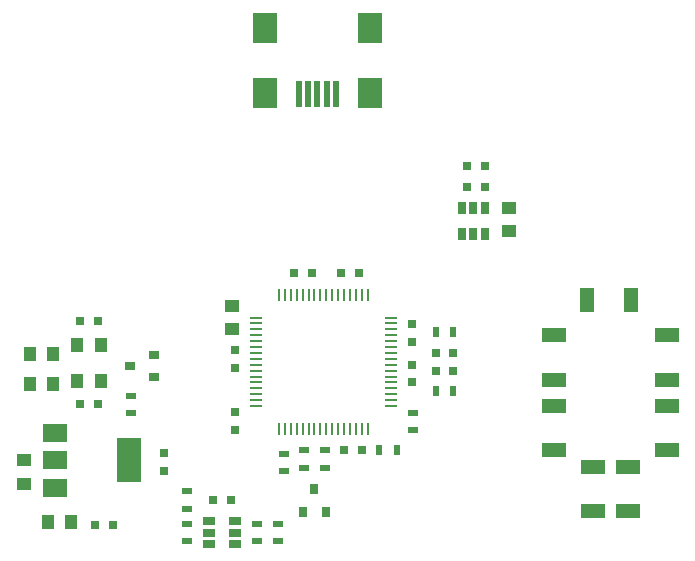
<source format=gtp>
G04 #@! TF.FileFunction,Paste,Top*
%FSLAX46Y46*%
G04 Gerber Fmt 4.6, Leading zero omitted, Abs format (unit mm)*
G04 Created by KiCad (PCBNEW 4.0.7) date 01/05/18 11:34:56*
%MOMM*%
%LPD*%
G01*
G04 APERTURE LIST*
%ADD10C,0.100000*%
%ADD11R,0.250000X1.000000*%
%ADD12R,1.000000X0.250000*%
%ADD13R,0.800000X0.750000*%
%ADD14R,0.750000X0.800000*%
%ADD15R,1.000000X1.250000*%
%ADD16R,1.250000X1.000000*%
%ADD17R,0.797560X0.797560*%
%ADD18R,1.250000X2.000000*%
%ADD19R,2.000000X1.250000*%
%ADD20R,0.800000X0.900000*%
%ADD21R,0.500380X2.301240*%
%ADD22R,1.998980X2.499360*%
%ADD23R,0.900000X0.800000*%
%ADD24R,0.900000X0.500000*%
%ADD25R,0.500000X0.900000*%
%ADD26R,1.060000X0.650000*%
%ADD27R,0.650000X1.060000*%
%ADD28R,2.000000X3.800000*%
%ADD29R,2.000000X1.500000*%
G04 APERTURE END LIST*
D10*
D11*
X145250000Y-106950000D03*
X145750000Y-106950000D03*
X146250000Y-106950000D03*
X146750000Y-106950000D03*
X147250000Y-106950000D03*
X147750000Y-106950000D03*
X148250000Y-106950000D03*
X148750000Y-106950000D03*
X149250000Y-106950000D03*
X149750000Y-106950000D03*
X150250000Y-106950000D03*
X150750000Y-106950000D03*
X151250000Y-106950000D03*
X151750000Y-106950000D03*
X152250000Y-106950000D03*
X152750000Y-106950000D03*
D12*
X154700000Y-105000000D03*
X154700000Y-104500000D03*
X154700000Y-104000000D03*
X154700000Y-103500000D03*
X154700000Y-103000000D03*
X154700000Y-102500000D03*
X154700000Y-102000000D03*
X154700000Y-101500000D03*
X154700000Y-101000000D03*
X154700000Y-100500000D03*
X154700000Y-100000000D03*
X154700000Y-99500000D03*
X154700000Y-99000000D03*
X154700000Y-98500000D03*
X154700000Y-98000000D03*
X154700000Y-97500000D03*
D11*
X152750000Y-95550000D03*
X152250000Y-95550000D03*
X151750000Y-95550000D03*
X151250000Y-95550000D03*
X150750000Y-95550000D03*
X150250000Y-95550000D03*
X149750000Y-95550000D03*
X149250000Y-95550000D03*
X148750000Y-95550000D03*
X148250000Y-95550000D03*
X147750000Y-95550000D03*
X147250000Y-95550000D03*
X146750000Y-95550000D03*
X146250000Y-95550000D03*
X145750000Y-95550000D03*
X145250000Y-95550000D03*
D12*
X143300000Y-97500000D03*
X143300000Y-98000000D03*
X143300000Y-98500000D03*
X143300000Y-99000000D03*
X143300000Y-99500000D03*
X143300000Y-100000000D03*
X143300000Y-100500000D03*
X143300000Y-101000000D03*
X143300000Y-101500000D03*
X143300000Y-102000000D03*
X143300000Y-102500000D03*
X143300000Y-103000000D03*
X143300000Y-103500000D03*
X143300000Y-104000000D03*
X143300000Y-104500000D03*
X143300000Y-105000000D03*
D13*
X150750000Y-108750000D03*
X152250000Y-108750000D03*
X150500000Y-93750000D03*
X152000000Y-93750000D03*
D14*
X141500000Y-105500000D03*
X141500000Y-107000000D03*
X156500000Y-103000000D03*
X156500000Y-101500000D03*
X156464000Y-98044000D03*
X156464000Y-99544000D03*
D13*
X148000000Y-93750000D03*
X146500000Y-93750000D03*
D14*
X141500000Y-101750000D03*
X141500000Y-100250000D03*
D15*
X128150000Y-102850000D03*
X130150000Y-102850000D03*
X128150000Y-99822000D03*
X130150000Y-99822000D03*
D13*
X128400000Y-104850000D03*
X129900000Y-104850000D03*
X128400000Y-97790000D03*
X129900000Y-97790000D03*
X129650000Y-115100000D03*
X131150000Y-115100000D03*
D16*
X123650000Y-111600000D03*
X123650000Y-109600000D03*
D14*
X135483600Y-110478000D03*
X135483600Y-108978000D03*
D16*
X141250000Y-96500000D03*
X141250000Y-98500000D03*
D13*
X161200000Y-86450000D03*
X162700000Y-86450000D03*
X161200000Y-84700000D03*
X162700000Y-84700000D03*
X141172000Y-112956800D03*
X139672000Y-112956800D03*
D17*
X159999300Y-102000000D03*
X158500700Y-102000000D03*
X160000000Y-100500000D03*
X158501400Y-100500000D03*
D18*
X171312000Y-96000000D03*
X175062000Y-96000000D03*
D19*
X178062000Y-99000000D03*
X178062000Y-102750000D03*
X178062000Y-105000000D03*
X178062000Y-108750000D03*
X174812000Y-113875000D03*
X174812000Y-110125000D03*
X171812000Y-113875000D03*
X171812000Y-110125000D03*
X168562000Y-105000000D03*
X168562000Y-108750000D03*
X168562000Y-99000000D03*
X168562000Y-102750000D03*
D20*
X147300000Y-114000000D03*
X149200000Y-114000000D03*
X148250000Y-112000000D03*
D21*
X150100560Y-78598420D03*
X149300460Y-78598420D03*
X148500360Y-78598420D03*
X147700260Y-78598420D03*
X146900160Y-78598420D03*
D22*
X152950440Y-78499360D03*
X152950440Y-73000260D03*
X144050280Y-78499360D03*
X144050280Y-73000260D03*
D15*
X124150000Y-103100000D03*
X126150000Y-103100000D03*
X124150000Y-100600000D03*
X126150000Y-100600000D03*
X127650000Y-114850000D03*
X125650000Y-114850000D03*
D16*
X164700000Y-88200000D03*
X164700000Y-90200000D03*
D23*
X134650000Y-102550000D03*
X134650000Y-100650000D03*
X132650000Y-101600000D03*
D24*
X156616400Y-107062400D03*
X156616400Y-105562400D03*
X132740400Y-105601200D03*
X132740400Y-104101200D03*
X147400000Y-108750000D03*
X147400000Y-110250000D03*
D25*
X158500000Y-103750000D03*
X160000000Y-103750000D03*
D24*
X149100000Y-108750000D03*
X149100000Y-110250000D03*
D25*
X158500000Y-98750000D03*
X160000000Y-98750000D03*
D24*
X145694400Y-109028800D03*
X145694400Y-110528800D03*
D25*
X153750000Y-108750000D03*
X155250000Y-108750000D03*
D24*
X137422000Y-112206800D03*
X137422000Y-113706800D03*
X143422000Y-114956800D03*
X143422000Y-116456800D03*
X145172000Y-114956800D03*
X145172000Y-116456800D03*
X137422000Y-116456800D03*
X137422000Y-114956800D03*
D26*
X139322000Y-114756800D03*
X139322000Y-115706800D03*
X139322000Y-116656800D03*
X141522000Y-116656800D03*
X141522000Y-114756800D03*
X141522000Y-115706800D03*
D27*
X162650000Y-88200000D03*
X161700000Y-88200000D03*
X160750000Y-88200000D03*
X160750000Y-90400000D03*
X162650000Y-90400000D03*
X161700000Y-90400000D03*
D28*
X132550000Y-109600000D03*
D29*
X126250000Y-109600000D03*
X126250000Y-111900000D03*
X126250000Y-107300000D03*
M02*

</source>
